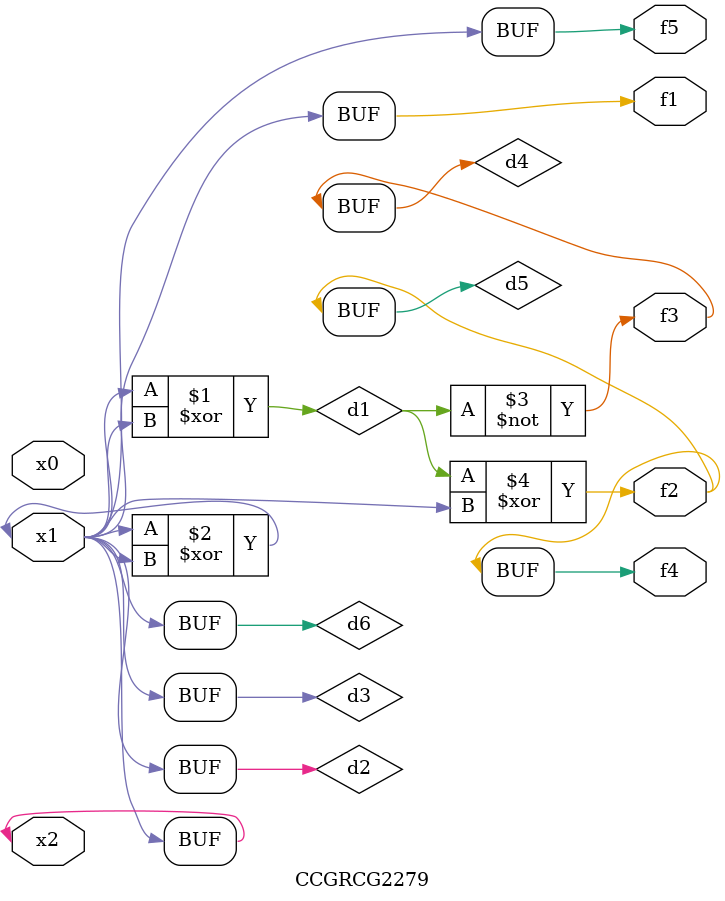
<source format=v>
module CCGRCG2279(
	input x0, x1, x2,
	output f1, f2, f3, f4, f5
);

	wire d1, d2, d3, d4, d5, d6;

	xor (d1, x1, x2);
	buf (d2, x1, x2);
	xor (d3, x1, x2);
	nor (d4, d1);
	xor (d5, d1, d2);
	buf (d6, d2, d3);
	assign f1 = d6;
	assign f2 = d5;
	assign f3 = d4;
	assign f4 = d5;
	assign f5 = d6;
endmodule

</source>
